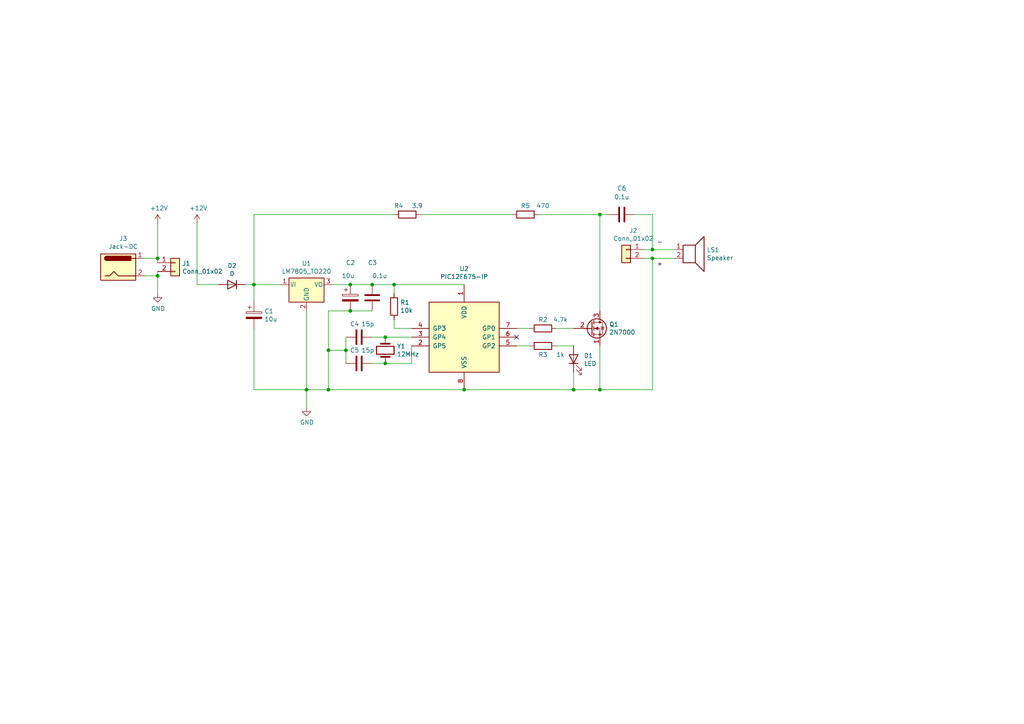
<source format=kicad_sch>
(kicad_sch (version 20211123) (generator eeschema)
  (paper "A4")
  (title_block (title "Sweeper") (date "2019-05-11") (rev "1.0"))
  (lib_symbols
    (symbol "Connector:Jack-DC" (pin_names (offset 1.016))
      (property "Reference" "J" (at 0 5.334 0))
      (property "Value" "Jack-DC" (at 0 -5.08 0))
      (symbol "Jack-DC_0_1"
        (rectangle (start -5.08 3.81) (end 5.08 -3.81) (stroke (width 0.254)) (fill (type background)))
        (arc (start -3.302 3.175) (mid -3.937 2.54) (end -3.302 1.905) (stroke (width 0.254)))
        (arc (start -3.302 3.175) (mid -3.937 2.54) (end -3.302 1.905) (stroke (width 0.254)) (fill (type outline)))
        (polyline (pts (xy 5.08 2.54) (xy 3.81 2.54)) (stroke (width 0.254)))
        (polyline (pts (xy -3.81 -2.54) (xy -2.54 -2.54) (xy -1.27 -1.27) (xy 0 -2.54) (xy 2.54 -2.54) (xy 5.08 -2.54)) (stroke (width 0.254)))
        (rectangle (start 3.683 3.175) (end -3.302 1.905) (stroke (width 0.254)) (fill (type outline)))
      )
      (symbol "Jack-DC_1_1"
        (pin passive line (at 7.62 2.54 180) (length 2.54) (name "~") (number "1"))
        (pin passive line (at 7.62 -2.54 180) (length 2.54) (name "~") (number "2"))
      )
    )
    (symbol "Connector_Generic:Conn_01x02" (pin_names (offset 1.016) hide)
      (property "Reference" "J" (at 0 2.54 0))
      (property "Value" "Conn_01x02" (at 0 -5.08 0))
      (symbol "Conn_01x02_1_1"
        (rectangle (start -1.27 -2.413) (end 0 -2.667) (stroke (width 0.1524)))
        (rectangle (start -1.27 0.127) (end 0 -0.127) (stroke (width 0.1524)))
        (rectangle (start -1.27 1.27) (end 1.27 -3.81) (stroke (width 0.254)) (fill (type background)))
        (pin passive line (at -5.08 0 0) (length 3.81) (name "Pin_1") (number "1"))
        (pin passive line (at -5.08 -2.54 0) (length 3.81) (name "Pin_2") (number "2"))
      )
    )
    (symbol "Device:C" (pin_numbers hide) (pin_names (offset 0.254))
      (property "Reference" "C" (at 0.635 2.54 0))
      (property "Value" "C" (at 0.635 -2.54 0))
      (symbol "C_0_1"
        (polyline (pts (xy -2.032 -0.762) (xy 2.032 -0.762)) (stroke (width 0.508)))
        (polyline (pts (xy -2.032 0.762) (xy 2.032 0.762)) (stroke (width 0.508)))
      )
      (symbol "C_1_1"
        (pin passive line (at 0 3.81 270) (length 2.794) (name "~") (number "1"))
        (pin passive line (at 0 -3.81 90) (length 2.794) (name "~") (number "2"))
      )
    )
    (symbol "Device:CP" (pin_numbers hide) (pin_names (offset 0.254))
      (property "Reference" "C" (at 0.635 2.54 0))
      (property "Value" "Device_CP" (at 0.635 -2.54 0))
      (symbol "CP_0_1"
        (rectangle (start -2.286 0.508) (end 2.286 1.016))
        (polyline (pts (xy -1.778 2.286) (xy -0.762 2.286)))
        (polyline (pts (xy -1.27 2.794) (xy -1.27 1.778)))
        (rectangle (start 2.286 -0.508) (end -2.286 -1.016) (fill (type outline)))
      )
      (symbol "CP_1_1"
        (pin passive line (at 0 3.81 270) (length 2.794) (name "~") (number "1"))
        (pin passive line (at 0 -3.81 90) (length 2.794) (name "~") (number "2"))
      )
    )
    (symbol "Device:Crystal" (pin_numbers hide) (pin_names (offset 1.016) hide)
      (property "Reference" "Y" (at 0 3.81 0))
      (property "Value" "Crystal" (at 0 -3.81 0))
      (symbol "Crystal_0_1"
        (rectangle (start -1.143 2.54) (end 1.143 -2.54) (stroke (width 0.3048)))
        (polyline (pts (xy -2.54 0) (xy -1.905 0)))
        (polyline (pts (xy -1.905 -1.27) (xy -1.905 1.27)) (stroke (width 0.508)))
        (polyline (pts (xy 1.905 -1.27) (xy 1.905 1.27)) (stroke (width 0.508)))
        (polyline (pts (xy 2.54 0) (xy 1.905 0)))
      )
      (symbol "Crystal_1_1"
        (pin passive line (at -3.81 0 0) (length 1.27) (name "1") (number "1"))
        (pin passive line (at 3.81 0 180) (length 1.27) (name "2") (number "2"))
      )
    )
    (symbol "Device:D" (pin_numbers hide) (pin_names (offset 1.016) hide)
      (property "Reference" "D" (at 0 2.54 0))
      (property "Value" "D" (at 0 -2.54 0))
      (symbol "D_0_1"
        (polyline (pts (xy -1.27 1.27) (xy -1.27 -1.27)) (stroke (width 0.254)))
        (polyline (pts (xy 1.27 0) (xy -1.27 0)))
        (polyline (pts (xy 1.27 1.27) (xy 1.27 -1.27) (xy -1.27 0) (xy 1.27 1.27)) (stroke (width 0.254)))
      )
      (symbol "D_1_1"
        (pin passive line (at -3.81 0 0) (length 2.54) (name "K") (number "1"))
        (pin passive line (at 3.81 0 180) (length 2.54) (name "A") (number "2"))
      )
    )
    (symbol "Device:LED" (pin_numbers hide) (pin_names (offset 1.016) hide)
      (property "Reference" "D" (at 0 2.54 0))
      (property "Value" "LED" (at 0 -2.54 0))
      (symbol "LED_0_1"
        (polyline (pts (xy -1.27 -1.27) (xy -1.27 1.27)) (stroke (width 0.254)))
        (polyline (pts (xy -1.27 0) (xy 1.27 0)))
        (polyline (pts (xy 1.27 -1.27) (xy 1.27 1.27) (xy -1.27 0) (xy 1.27 -1.27)) (stroke (width 0.254)))
        (polyline (pts (xy -3.048 -0.762) (xy -4.572 -2.286) (xy -3.81 -2.286) (xy -4.572 -2.286) (xy -4.572 -1.524)))
        (polyline (pts (xy -1.778 -0.762) (xy -3.302 -2.286) (xy -2.54 -2.286) (xy -3.302 -2.286) (xy -3.302 -1.524)))
      )
      (symbol "LED_1_1"
        (pin passive line (at -3.81 0 0) (length 2.54) (name "K") (number "1"))
        (pin passive line (at 3.81 0 180) (length 2.54) (name "A") (number "2"))
      )
    )
    (symbol "Device:Q_NMOS_SGD" (pin_names (offset 0) hide)
      (property "Reference" "Q" (at 5.08 1.27 0))
      (property "Value" "Q_NMOS_SGD" (at 5.08 -1.27 0))
      (symbol "Q_NMOS_SGD_0_1"
        (polyline (pts (xy 0.254 0) (xy -2.54 0)))
        (polyline (pts (xy 0.254 1.905) (xy 0.254 -1.905)) (stroke (width 0.254)))
        (polyline (pts (xy 0.762 -1.27) (xy 0.762 -2.286)) (stroke (width 0.254)))
        (polyline (pts (xy 0.762 0.508) (xy 0.762 -0.508)) (stroke (width 0.254)))
        (polyline (pts (xy 0.762 2.286) (xy 0.762 1.27)) (stroke (width 0.254)))
        (polyline (pts (xy 2.54 2.54) (xy 2.54 1.778)))
        (polyline (pts (xy 2.54 -2.54) (xy 2.54 0) (xy 0.762 0)))
        (polyline (pts (xy 0.762 -1.778) (xy 3.302 -1.778) (xy 3.302 1.778) (xy 0.762 1.778)))
        (polyline (pts (xy 1.016 0) (xy 2.032 0.381) (xy 2.032 -0.381) (xy 1.016 0)) (fill (type outline)))
        (polyline (pts (xy 2.794 0.508) (xy 2.921 0.381) (xy 3.683 0.381) (xy 3.81 0.254)))
        (polyline (pts (xy 3.302 0.381) (xy 2.921 -0.254) (xy 3.683 -0.254) (xy 3.302 0.381)))
        (circle (center 1.651 0) (radius 2.794) (stroke (width 0.254)))
        (circle (center 2.54 -1.778) (radius 0.254) (fill (type outline)))
        (circle (center 2.54 1.778) (radius 0.254) (fill (type outline)))
      )
      (symbol "Q_NMOS_SGD_1_1"
        (pin passive line (at 2.54 -5.08 90) (length 2.54) (name "S") (number "1"))
        (pin input line (at -5.08 0 0) (length 5.08) (name "G") (number "2"))
        (pin passive line (at 2.54 5.08 270) (length 2.54) (name "D") (number "3"))
      )
    )
    (symbol "Device:R" (pin_numbers hide) (pin_names (offset 0))
      (property "Reference" "R" (at 2.032 0 90))
      (property "Value" "R" (at 0 0 90))
      (symbol "R_0_1"
        (rectangle (start -1.016 -2.54) (end 1.016 2.54) (stroke (width 0.254)))
      )
      (symbol "R_1_1"
        (pin passive line (at 0 3.81 270) (length 1.27) (name "~") (number "1"))
        (pin passive line (at 0 -3.81 90) (length 1.27) (name "~") (number "2"))
      )
    )
    (symbol "Device:Speaker" (pin_names (offset 0) hide)
      (property "Reference" "LS" (at 1.27 5.715 0))
      (property "Value" "Speaker" (at 1.27 3.81 0))
      (symbol "Speaker_0_0"
        (rectangle (start -2.54 1.27) (end 1.016 -3.81) (stroke (width 0.254)))
        (polyline (pts (xy 1.016 1.27) (xy 3.556 3.81) (xy 3.556 -6.35) (xy 1.016 -3.81)) (stroke (width 0.254)))
      )
      (symbol "Speaker_1_1"
        (pin input line (at -5.08 0 0) (length 2.54) (name "1") (number "1"))
        (pin input line (at -5.08 -2.54 0) (length 2.54) (name "2") (number "2"))
      )
    )
    (symbol "MCU_Microchip_PIC12:PIC12F675-IP" (pin_names (offset 1.016))
      (property "Reference" "U" (at 1.27 13.97 0))
      (property "Value" "PIC12F675-IP" (at 1.27 11.43 0))
      (symbol "PIC12F675-IP_0_1"
        (rectangle (start 10.16 -10.16) (end -10.16 10.16) (stroke (width 0.254)) (fill (type background)))
      )
      (symbol "PIC12F675-IP_1_1"
        (pin power_in line (at 0 15.24 270) (length 5.08) (name "VDD") (number "1"))
        (pin bidirectional line (at 15.24 -2.54 180) (length 5.08) (name "GP5") (number "2"))
        (pin bidirectional line (at 15.24 0 180) (length 5.08) (name "GP4") (number "3"))
        (pin input line (at 15.24 2.54 180) (length 5.08) (name "GP3") (number "4"))
        (pin bidirectional line (at -15.24 -2.54 0) (length 5.08) (name "GP2") (number "5"))
        (pin bidirectional line (at -15.24 0 0) (length 5.08) (name "GP1") (number "6"))
        (pin bidirectional line (at -15.24 2.54 0) (length 5.08) (name "GP0") (number "7"))
        (pin power_in line (at 0 -15.24 90) (length 5.08) (name "VSS") (number "8"))
      )
    )
    (symbol "Regulator_Linear:LM7805_TO220" (pin_names (offset 0.254))
      (property "Reference" "U" (at -3.81 3.175 0))
      (property "Value" "LM7805_TO220" (at 0 3.175 0))
      (symbol "LM7805_TO220_0_1"
        (rectangle (start -5.08 1.905) (end 5.08 -5.08) (stroke (width 0.254)) (fill (type background)))
      )
      (symbol "LM7805_TO220_1_1"
        (pin power_in line (at -7.62 0 0) (length 2.54) (name "VI") (number "1"))
        (pin power_in line (at 0 -7.62 90) (length 2.54) (name "GND") (number "2"))
        (pin power_out line (at 7.62 0 180) (length 2.54) (name "VO") (number "3"))
      )
    )
    (symbol "power:+12V" (power) (pin_names (offset 0))
      (property "Value" "+12V" (at 0 3.556 0))
      (symbol "+12V_0_1"
        (polyline (pts (xy -0.762 1.27) (xy 0 2.54)))
        (polyline (pts (xy 0 0) (xy 0 2.54)))
        (polyline (pts (xy 0 2.54) (xy 0.762 1.27)))
      )
      (symbol "+12V_1_1"
        (pin power_in line (at 0 0 90) (length 0) hide (name "+12V") (number "1"))
      )
    )
    (symbol "power:GND" (power) (pin_names (offset 0))
      (property "Value" "GND" (at 0 -3.81 0))
      (symbol "GND_0_1"
        (polyline (pts (xy 0 0) (xy 0 -1.27) (xy 1.27 -1.27) (xy 0 -2.54) (xy -1.27 -1.27) (xy 0 -1.27)))
      )
      (symbol "GND_1_1"
        (pin power_in line (at 0 0 270) (length 0) hide (name "GND") (number "1"))
      )
    )
  )
  (junction (at 45.72 80.01))
  (junction (at 189.23 74.93))
  (junction (at 173.99 113.03))
  (junction (at 114.3 82.55))
  (junction (at 111.76 97.79))
  (junction (at 88.9 113.03))
  (junction (at 73.66 82.55))
  (junction (at 95.25 101.6))
  (junction (at 173.99 62.23))
  (junction (at 107.95 82.55))
  (junction (at 45.72 74.93))
  (junction (at 101.6 90.17))
  (junction (at 189.23 72.39))
  (junction (at 95.25 113.03))
  (junction (at 111.76 105.41))
  (junction (at 134.62 113.03))
  (junction (at 100.33 101.6))
  (junction (at 101.6 82.55))
  (junction (at 166.37 113.03))
  (no_connect (at 149.86 97.79))
  (wire (pts (xy 96.52 82.55) (xy 101.6 82.55)))
  (wire (pts (xy 166.37 113.03) (xy 134.62 113.03)))
  (wire (pts (xy 166.37 100.33) (xy 161.29 100.33)))
  (wire (pts (xy 100.33 97.79) (xy 100.33 101.6)))
  (wire (pts (xy 173.99 100.33) (xy 173.99 113.03)))
  (wire (pts (xy 114.3 85.09) (xy 114.3 82.55)))
  (wire (pts (xy 95.25 101.6) (xy 95.25 113.03)))
  (wire (pts (xy 45.72 78.74) (xy 45.72 80.01)))
  (wire (pts (xy 189.23 62.23) (xy 189.23 72.39)))
  (wire (pts (xy 186.69 74.93) (xy 189.23 74.93)))
  (wire (pts (xy 73.66 95.25) (xy 73.66 113.03)))
  (wire (pts (xy 45.72 80.01) (xy 45.72 85.09)))
  (wire (pts (xy 119.38 95.25) (xy 114.3 95.25)))
  (wire (pts (xy 186.69 72.39) (xy 189.23 72.39)))
  (wire (pts (xy 119.38 100.33) (xy 119.38 105.41)))
  (wire (pts (xy 189.23 74.93) (xy 189.23 113.03)))
  (wire (pts (xy 73.66 82.55) (xy 73.66 87.63)))
  (wire (pts (xy 173.99 62.23) (xy 176.53 62.23)))
  (wire (pts (xy 101.6 82.55) (xy 107.95 82.55)))
  (wire (pts (xy 173.99 62.23) (xy 173.99 90.17)))
  (wire (pts (xy 41.91 80.01) (xy 45.72 80.01)))
  (wire (pts (xy 41.91 74.93) (xy 45.72 74.93)))
  (wire (pts (xy 45.72 64.77) (xy 45.72 74.93)))
  (wire (pts (xy 107.95 82.55) (xy 114.3 82.55)))
  (wire (pts (xy 107.95 90.17) (xy 101.6 90.17)))
  (wire (pts (xy 88.9 113.03) (xy 95.25 113.03)))
  (wire (pts (xy 153.67 95.25) (xy 149.86 95.25)))
  (wire (pts (xy 107.95 97.79) (xy 111.76 97.79)))
  (wire (pts (xy 114.3 95.25) (xy 114.3 92.71)))
  (wire (pts (xy 161.29 95.25) (xy 166.37 95.25)))
  (wire (pts (xy 88.9 90.17) (xy 88.9 113.03)))
  (wire (pts (xy 100.33 101.6) (xy 95.25 101.6)))
  (wire (pts (xy 100.33 101.6) (xy 100.33 105.41)))
  (wire (pts (xy 88.9 118.11) (xy 88.9 113.03)))
  (wire (pts (xy 45.72 74.93) (xy 45.72 76.2)))
  (wire (pts (xy 81.28 82.55) (xy 73.66 82.55)))
  (wire (pts (xy 95.25 113.03) (xy 134.62 113.03)))
  (wire (pts (xy 63.5 82.55) (xy 57.15 82.55)))
  (wire (pts (xy 111.76 105.41) (xy 107.95 105.41)))
  (wire (pts (xy 95.25 90.17) (xy 95.25 101.6)))
  (wire (pts (xy 166.37 107.95) (xy 166.37 113.03)))
  (wire (pts (xy 189.23 74.93) (xy 195.58 74.93)))
  (wire (pts (xy 153.67 100.33) (xy 149.86 100.33)))
  (wire (pts (xy 71.12 82.55) (xy 73.66 82.55)))
  (wire (pts (xy 73.66 62.23) (xy 73.66 82.55)))
  (wire (pts (xy 119.38 105.41) (xy 111.76 105.41)))
  (wire (pts (xy 111.76 97.79) (xy 119.38 97.79)))
  (wire (pts (xy 156.21 62.23) (xy 173.99 62.23)))
  (wire (pts (xy 114.3 82.55) (xy 134.62 82.55)))
  (wire (pts (xy 57.15 64.77) (xy 57.15 82.55)))
  (wire (pts (xy 101.6 90.17) (xy 95.25 90.17)))
  (wire (pts (xy 173.99 113.03) (xy 166.37 113.03)))
  (wire (pts (xy 184.15 62.23) (xy 189.23 62.23)))
  (wire (pts (xy 73.66 113.03) (xy 88.9 113.03)))
  (wire (pts (xy 114.3 62.23) (xy 73.66 62.23)))
  (wire (pts (xy 189.23 72.39) (xy 195.58 72.39)))
  (wire (pts (xy 189.23 113.03) (xy 173.99 113.03)))
  (wire (pts (xy 121.92 62.23) (xy 148.59 62.23)))
  (text "-" (at 190.5 71.12 0) (effects (font (size 1.27 1.27)) (justify left bottom)))
  (text "+" (at 190.5 77.47 0) (effects (font (size 1.27 1.27)) (justify left bottom)))
  (symbol (lib_id "MCU_Microchip_PIC12:PIC12F675-IP") (at 134.62 97.79 0) (mirror y) (unit 1)
    (property "Reference" "U2" (at 134.62 77.9526 0))
    (property "Value" "PIC12F675-IP" (at 134.62 80.264 0))
    (property "Footprint" "Package_DIP:DIP-8_W7.62mm" (effects hide))
    (property "Datasheet" "http://ww1.microchip.com/downloads/en/DeviceDoc/41190G.pdf" (effects hide))
  )
  (symbol (lib_id "Regulator_Linear:LM7805_TO220") (at 88.9 82.55 0) (unit 1)
    (property "Reference" "U1" (at 88.9 76.4032 0))
    (property "Value" "LM7805_TO220" (at 88.9 78.7146 0))
    (property "Footprint" "Package_TO_SOT_THT:TO-220-3_Vertical" (effects hide))
    (property "Datasheet" "http://www.fairchildsemi.com/ds/LM/LM7805.pdf" (effects hide))
  )
  (symbol (lib_id "Device:Crystal") (at 111.76 101.6 270) (unit 1)
    (property "Reference" "Y1" (at 115.0874 100.4316 90) (effects (justify left)))
    (property "Value" "12MHz" (at 115.0874 102.743 90) (effects (justify left)))
  )
  (symbol (lib_id "Device:C") (at 104.14 97.79 270) (unit 1)
    (property "Reference" "C4" (at 102.87 93.98 90))
    (property "Value" "15p" (at 106.68 93.98 90))
  )
  (symbol (lib_id "Device:CP") (at 101.6 86.36 0) (unit 1)
    (property "Reference" "C2" (at 100.33 76.2 0) (effects (justify left)))
    (property "Value" "10u" (at 99.06 80.01 0) (effects (justify left)))
  )
  (symbol (lib_id "Device:Q_NMOS_SGD") (at 171.45 95.25 0) (unit 1)
    (property "Reference" "Q1" (at 176.6824 94.0816 0) (effects (justify left)))
    (property "Value" "2N7000" (at 176.6824 96.393 0) (effects (justify left)))
  )
  (symbol (lib_id "Device:C") (at 104.14 105.41 270) (unit 1)
    (property "Reference" "C5" (at 102.87 101.6 90))
    (property "Value" "15p" (at 106.68 101.6 90))
  )
  (symbol (lib_id "Device:R") (at 157.48 95.25 270) (unit 1)
    (property "Reference" "R2" (at 157.48 92.71 90))
    (property "Value" "4.7k" (at 162.56 92.71 90))
  )
  (symbol (lib_id "Device:R") (at 157.48 100.33 270) (unit 1)
    (property "Reference" "R3" (at 157.48 102.87 90))
    (property "Value" "1k" (at 162.56 102.87 90))
  )
  (symbol (lib_id "Device:R") (at 114.3 88.9 0) (unit 1)
    (property "Reference" "R1" (at 116.078 87.7316 0) (effects (justify left)))
    (property "Value" "10k" (at 116.078 90.043 0) (effects (justify left)))
  )
  (symbol (lib_id "Device:Speaker") (at 200.66 72.39 0) (unit 1)
    (property "Reference" "LS1" (at 204.978 72.4916 0) (effects (justify left)))
    (property "Value" "Speaker" (at 204.978 74.803 0) (effects (justify left)))
  )
  (symbol (lib_id "Device:C") (at 107.95 86.36 0) (unit 1)
    (property "Reference" "C3" (at 106.68 76.2 0) (effects (justify left)))
    (property "Value" "0.1u" (at 107.95 80.01 0) (effects (justify left)))
  )
  (symbol (lib_id "Device:CP") (at 73.66 91.44 0) (unit 1)
    (property "Reference" "C1" (at 76.6572 90.2716 0) (effects (justify left)))
    (property "Value" "10u" (at 76.6572 92.583 0) (effects (justify left)))
  )
  (symbol (lib_id "Device:LED") (at 166.37 104.14 90) (unit 1)
    (property "Reference" "D1" (at 169.3418 103.1494 90) (effects (justify right)))
    (property "Value" "LED" (at 169.3418 105.4608 90) (effects (justify right)))
  )
  (symbol (lib_id "power:+12V") (at 45.72 64.77 0) (unit 1)
    (property "Reference" "#PWR01" (effects hide))
    (property "Value" "+12V" (at 46.101 60.3758 0))
  )
  (symbol (lib_id "power:GND") (at 88.9 118.11 0) (unit 1)
    (property "Reference" "#PWR02" (effects hide))
    (property "Value" "GND" (at 89.027 122.5042 0))
  )
  (symbol (lib_id "Device:R") (at 118.11 62.23 270) (unit 1)
    (property "Reference" "R4" (at 114.3 59.69 90) (effects (justify left)))
    (property "Value" "3.9" (at 119.38 59.69 90) (effects (justify left)))
  )
  (symbol (lib_id "Device:D") (at 67.31 82.55 180) (unit 1)
    (property "Reference" "D2" (at 67.31 77.0636 0))
    (property "Value" "D" (at 67.31 79.375 0))
  )
  (symbol (lib_id "power:GND") (at 45.72 85.09 0) (unit 1)
    (property "Reference" "#PWR03" (effects hide))
    (property "Value" "GND" (at 45.847 89.4842 0))
  )
  (symbol (lib_id "Connector_Generic:Conn_01x02") (at 181.61 72.39 0) (mirror y) (unit 1)
    (property "Reference" "J2" (at 183.6928 66.8782 0))
    (property "Value" "Conn_01x02" (at 183.6928 69.1896 0))
  )
  (symbol (lib_id "Connector_Generic:Conn_01x02") (at 50.8 76.2 0) (unit 1)
    (property "Reference" "J1" (at 52.832 76.4032 0) (effects (justify left)))
    (property "Value" "Conn_01x02" (at 52.832 78.7146 0) (effects (justify left)))
  )
  (symbol (lib_id "power:+12V") (at 57.15 64.77 0) (unit 1)
    (property "Reference" "#PWR04" (effects hide))
    (property "Value" "+12V" (at 57.531 60.3758 0))
  )
  (symbol (lib_id "Connector:Jack-DC") (at 34.29 77.47 0) (unit 1)
    (property "Reference" "J3" (at 35.7378 69.215 0))
    (property "Value" "Jack-DC" (at 35.7378 71.5264 0))
  )
  (symbol (lib_id "Device:C") (at 180.34 62.23 90) (unit 1)
    (property "Reference" "C6" (at 180.34 54.61 90))
    (property "Value" "0.1u" (at 180.34 57.15 90))
  )
  (symbol (lib_id "Device:R") (at 152.4 62.23 270) (unit 1)
    (property "Reference" "R5" (at 152.4 59.69 90))
    (property "Value" "470" (at 157.48 59.69 90))
  )
)
</source>
